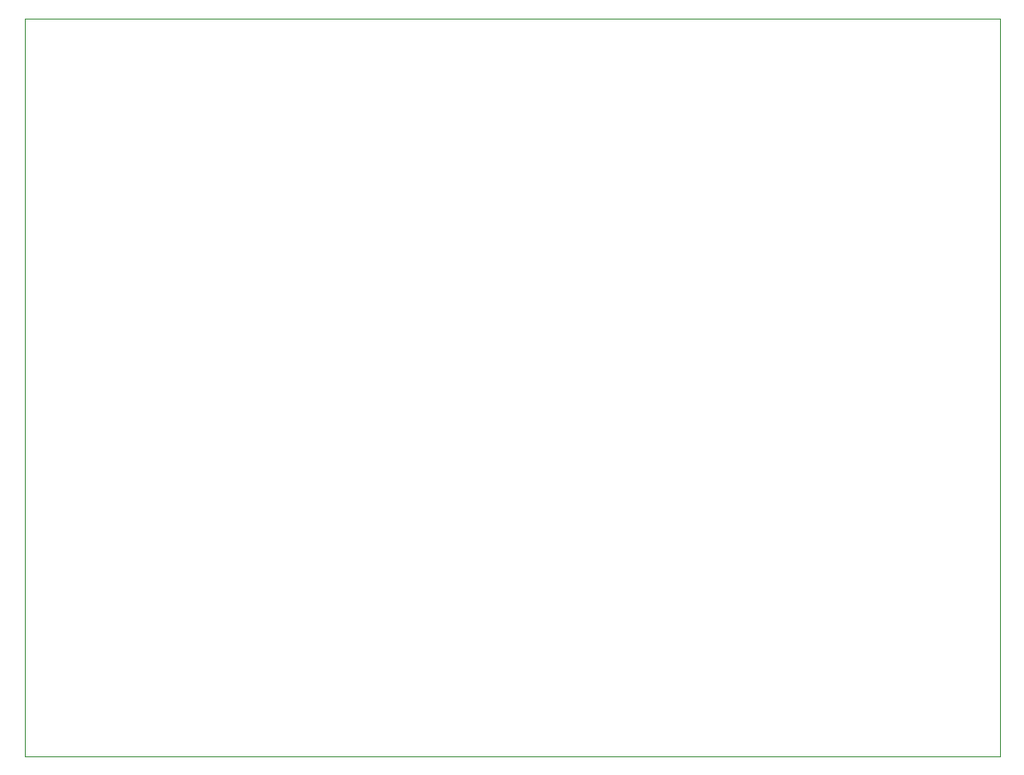
<source format=gbr>
%TF.GenerationSoftware,KiCad,Pcbnew,(7.0.0)*%
%TF.CreationDate,2023-04-25T22:49:33-05:00*%
%TF.ProjectId,ThorPCB,54686f72-5043-4422-9e6b-696361645f70,rev?*%
%TF.SameCoordinates,Original*%
%TF.FileFunction,Profile,NP*%
%FSLAX46Y46*%
G04 Gerber Fmt 4.6, Leading zero omitted, Abs format (unit mm)*
G04 Created by KiCad (PCBNEW (7.0.0)) date 2023-04-25 22:49:33*
%MOMM*%
%LPD*%
G01*
G04 APERTURE LIST*
%TA.AperFunction,Profile*%
%ADD10C,0.038100*%
%TD*%
G04 APERTURE END LIST*
D10*
X111252000Y-104394000D02*
X111252000Y-34036000D01*
X111252000Y-34036000D02*
X204216000Y-34036000D01*
X204216000Y-104394000D02*
X204216000Y-34036000D01*
X111252000Y-104394000D02*
X204216000Y-104394000D01*
M02*

</source>
